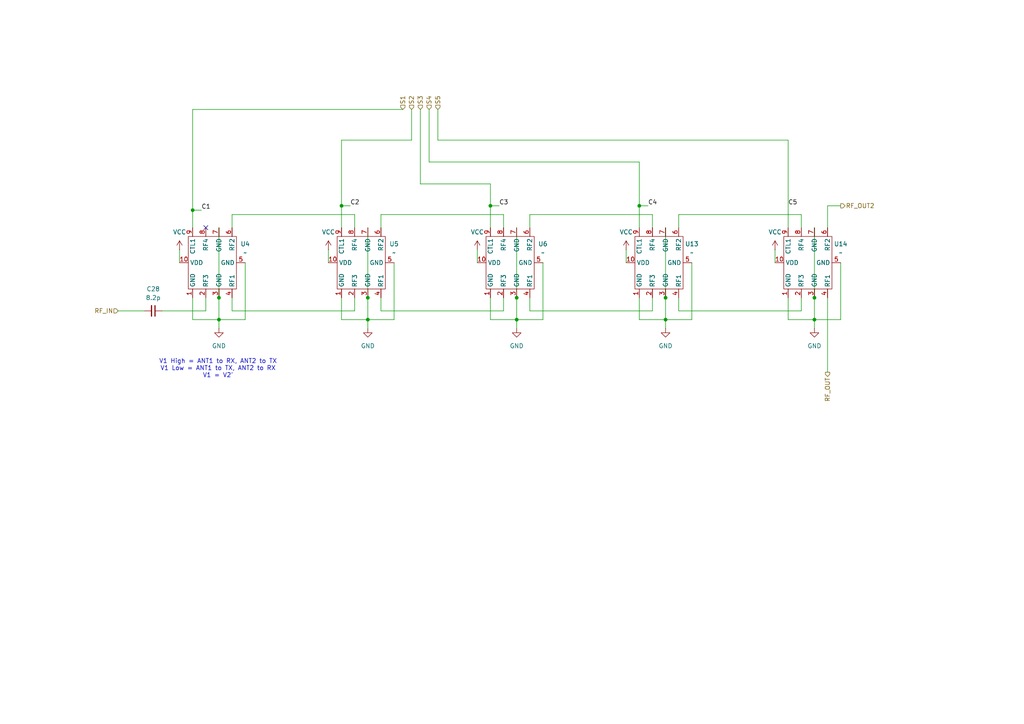
<source format=kicad_sch>
(kicad_sch
	(version 20250114)
	(generator "eeschema")
	(generator_version "9.0")
	(uuid "437e339b-d23a-4544-b22c-808819c52e4b")
	(paper "A4")
	(lib_symbols
		(symbol "Device:C_Small"
			(pin_numbers
				(hide yes)
			)
			(pin_names
				(offset 0.254)
				(hide yes)
			)
			(exclude_from_sim no)
			(in_bom yes)
			(on_board yes)
			(property "Reference" "C"
				(at 0.254 1.778 0)
				(effects
					(font
						(size 1.27 1.27)
					)
					(justify left)
				)
			)
			(property "Value" "C_Small"
				(at 0.254 -2.032 0)
				(effects
					(font
						(size 1.27 1.27)
					)
					(justify left)
				)
			)
			(property "Footprint" ""
				(at 0 0 0)
				(effects
					(font
						(size 1.27 1.27)
					)
					(hide yes)
				)
			)
			(property "Datasheet" "~"
				(at 0 0 0)
				(effects
					(font
						(size 1.27 1.27)
					)
					(hide yes)
				)
			)
			(property "Description" "Unpolarized capacitor, small symbol"
				(at 0 0 0)
				(effects
					(font
						(size 1.27 1.27)
					)
					(hide yes)
				)
			)
			(property "ki_keywords" "capacitor cap"
				(at 0 0 0)
				(effects
					(font
						(size 1.27 1.27)
					)
					(hide yes)
				)
			)
			(property "ki_fp_filters" "C_*"
				(at 0 0 0)
				(effects
					(font
						(size 1.27 1.27)
					)
					(hide yes)
				)
			)
			(symbol "C_Small_0_1"
				(polyline
					(pts
						(xy -1.524 0.508) (xy 1.524 0.508)
					)
					(stroke
						(width 0.3048)
						(type default)
					)
					(fill
						(type none)
					)
				)
				(polyline
					(pts
						(xy -1.524 -0.508) (xy 1.524 -0.508)
					)
					(stroke
						(width 0.3302)
						(type default)
					)
					(fill
						(type none)
					)
				)
			)
			(symbol "C_Small_1_1"
				(pin passive line
					(at 0 2.54 270)
					(length 2.032)
					(name "~"
						(effects
							(font
								(size 1.27 1.27)
							)
						)
					)
					(number "1"
						(effects
							(font
								(size 1.27 1.27)
							)
						)
					)
				)
				(pin passive line
					(at 0 -2.54 90)
					(length 2.032)
					(name "~"
						(effects
							(font
								(size 1.27 1.27)
							)
						)
					)
					(number "2"
						(effects
							(font
								(size 1.27 1.27)
							)
						)
					)
				)
			)
			(embedded_fonts no)
		)
		(symbol "customSym:SKY13699-21"
			(exclude_from_sim no)
			(in_bom yes)
			(on_board yes)
			(property "Reference" "U"
				(at 1.27 7.874 0)
				(effects
					(font
						(size 1.27 1.27)
					)
				)
			)
			(property "Value" ""
				(at 0 0 0)
				(effects
					(font
						(size 1.27 1.27)
					)
				)
			)
			(property "Footprint" "customFootprints:SKY13699-21"
				(at 0 0 0)
				(effects
					(font
						(size 1.27 1.27)
					)
					(hide yes)
				)
			)
			(property "Datasheet" ""
				(at 0 0 0)
				(effects
					(font
						(size 1.27 1.27)
					)
					(hide yes)
				)
			)
			(property "Description" ""
				(at 0 0 0)
				(effects
					(font
						(size 1.27 1.27)
					)
					(hide yes)
				)
			)
			(symbol "SKY13699-21_0_1"
				(rectangle
					(start -7.62 6.35)
					(end 7.62 -7.62)
					(stroke
						(width 0)
						(type default)
					)
					(fill
						(type none)
					)
				)
			)
			(symbol "SKY13699-21_1_1"
				(pin power_in line
					(at -10.16 5.08 0)
					(length 2.54)
					(name "GND"
						(effects
							(font
								(size 1.27 1.27)
							)
						)
					)
					(number "1"
						(effects
							(font
								(size 1.27 1.27)
							)
						)
					)
				)
				(pin input line
					(at -10.16 1.27 0)
					(length 2.54)
					(name "RF3"
						(effects
							(font
								(size 1.27 1.27)
							)
						)
					)
					(number "2"
						(effects
							(font
								(size 1.27 1.27)
							)
						)
					)
				)
				(pin power_in line
					(at -10.16 -2.54 0)
					(length 2.54)
					(name "GND"
						(effects
							(font
								(size 1.27 1.27)
							)
						)
					)
					(number "3"
						(effects
							(font
								(size 1.27 1.27)
							)
						)
					)
				)
				(pin output line
					(at -10.16 -6.35 0)
					(length 2.54)
					(name "RF1"
						(effects
							(font
								(size 1.27 1.27)
							)
						)
					)
					(number "4"
						(effects
							(font
								(size 1.27 1.27)
							)
						)
					)
				)
				(pin power_in line
					(at 0 8.89 270)
					(length 2.54)
					(name "VDD"
						(effects
							(font
								(size 1.27 1.27)
							)
						)
					)
					(number "10"
						(effects
							(font
								(size 1.27 1.27)
							)
						)
					)
				)
				(pin power_in line
					(at 0 -10.16 90)
					(length 2.54)
					(name "GND"
						(effects
							(font
								(size 1.27 1.27)
							)
						)
					)
					(number "5"
						(effects
							(font
								(size 1.27 1.27)
							)
						)
					)
				)
				(pin input line
					(at 10.16 5.08 180)
					(length 2.54)
					(name "CTL1"
						(effects
							(font
								(size 1.27 1.27)
							)
						)
					)
					(number "9"
						(effects
							(font
								(size 1.27 1.27)
							)
						)
					)
				)
				(pin input line
					(at 10.16 1.27 180)
					(length 2.54)
					(name "RF4"
						(effects
							(font
								(size 1.27 1.27)
							)
						)
					)
					(number "8"
						(effects
							(font
								(size 1.27 1.27)
							)
						)
					)
				)
				(pin power_in line
					(at 10.16 -2.54 180)
					(length 2.54)
					(name "GND"
						(effects
							(font
								(size 1.27 1.27)
							)
						)
					)
					(number "7"
						(effects
							(font
								(size 1.27 1.27)
							)
						)
					)
				)
				(pin output line
					(at 10.16 -6.35 180)
					(length 2.54)
					(name "RF2"
						(effects
							(font
								(size 1.27 1.27)
							)
						)
					)
					(number "6"
						(effects
							(font
								(size 1.27 1.27)
							)
						)
					)
				)
			)
			(embedded_fonts no)
		)
		(symbol "power:GND"
			(power)
			(pin_numbers
				(hide yes)
			)
			(pin_names
				(offset 0)
				(hide yes)
			)
			(exclude_from_sim no)
			(in_bom yes)
			(on_board yes)
			(property "Reference" "#PWR"
				(at 0 -6.35 0)
				(effects
					(font
						(size 1.27 1.27)
					)
					(hide yes)
				)
			)
			(property "Value" "GND"
				(at 0 -3.81 0)
				(effects
					(font
						(size 1.27 1.27)
					)
				)
			)
			(property "Footprint" ""
				(at 0 0 0)
				(effects
					(font
						(size 1.27 1.27)
					)
					(hide yes)
				)
			)
			(property "Datasheet" ""
				(at 0 0 0)
				(effects
					(font
						(size 1.27 1.27)
					)
					(hide yes)
				)
			)
			(property "Description" "Power symbol creates a global label with name \"GND\" , ground"
				(at 0 0 0)
				(effects
					(font
						(size 1.27 1.27)
					)
					(hide yes)
				)
			)
			(property "ki_keywords" "global power"
				(at 0 0 0)
				(effects
					(font
						(size 1.27 1.27)
					)
					(hide yes)
				)
			)
			(symbol "GND_0_1"
				(polyline
					(pts
						(xy 0 0) (xy 0 -1.27) (xy 1.27 -1.27) (xy 0 -2.54) (xy -1.27 -1.27) (xy 0 -1.27)
					)
					(stroke
						(width 0)
						(type default)
					)
					(fill
						(type none)
					)
				)
			)
			(symbol "GND_1_1"
				(pin power_in line
					(at 0 0 270)
					(length 0)
					(name "~"
						(effects
							(font
								(size 1.27 1.27)
							)
						)
					)
					(number "1"
						(effects
							(font
								(size 1.27 1.27)
							)
						)
					)
				)
			)
			(embedded_fonts no)
		)
		(symbol "power:VDD"
			(power)
			(pin_numbers
				(hide yes)
			)
			(pin_names
				(offset 0)
				(hide yes)
			)
			(exclude_from_sim no)
			(in_bom yes)
			(on_board yes)
			(property "Reference" "#PWR"
				(at 0 -3.81 0)
				(effects
					(font
						(size 1.27 1.27)
					)
					(hide yes)
				)
			)
			(property "Value" "VDD"
				(at 0 3.556 0)
				(effects
					(font
						(size 1.27 1.27)
					)
				)
			)
			(property "Footprint" ""
				(at 0 0 0)
				(effects
					(font
						(size 1.27 1.27)
					)
					(hide yes)
				)
			)
			(property "Datasheet" ""
				(at 0 0 0)
				(effects
					(font
						(size 1.27 1.27)
					)
					(hide yes)
				)
			)
			(property "Description" "Power symbol creates a global label with name \"VDD\""
				(at 0 0 0)
				(effects
					(font
						(size 1.27 1.27)
					)
					(hide yes)
				)
			)
			(property "ki_keywords" "global power"
				(at 0 0 0)
				(effects
					(font
						(size 1.27 1.27)
					)
					(hide yes)
				)
			)
			(symbol "VDD_0_1"
				(polyline
					(pts
						(xy -0.762 1.27) (xy 0 2.54)
					)
					(stroke
						(width 0)
						(type default)
					)
					(fill
						(type none)
					)
				)
				(polyline
					(pts
						(xy 0 2.54) (xy 0.762 1.27)
					)
					(stroke
						(width 0)
						(type default)
					)
					(fill
						(type none)
					)
				)
				(polyline
					(pts
						(xy 0 0) (xy 0 2.54)
					)
					(stroke
						(width 0)
						(type default)
					)
					(fill
						(type none)
					)
				)
			)
			(symbol "VDD_1_1"
				(pin power_in line
					(at 0 0 90)
					(length 0)
					(name "~"
						(effects
							(font
								(size 1.27 1.27)
							)
						)
					)
					(number "1"
						(effects
							(font
								(size 1.27 1.27)
							)
						)
					)
				)
			)
			(embedded_fonts no)
		)
	)
	(text "V1 High = ANT1 to RX, ANT2 to TX\nV1 Low = ANT1 to TX, ANT2 to RX\nV1 = V2'\n"
		(exclude_from_sim no)
		(at 63.246 106.934 0)
		(effects
			(font
				(size 1.27 1.27)
			)
		)
		(uuid "91c34239-6b17-4c21-9634-44c0d7e529f3")
	)
	(junction
		(at 149.86 92.71)
		(diameter 0)
		(color 0 0 0 0)
		(uuid "17cf69a0-ca74-475d-9b7c-3dc9b5d044e8")
	)
	(junction
		(at 193.04 86.36)
		(diameter 0)
		(color 0 0 0 0)
		(uuid "50724da3-5b5f-4aaa-ac16-433b183ae713")
	)
	(junction
		(at 142.24 59.69)
		(diameter 0)
		(color 0 0 0 0)
		(uuid "529b63fa-1931-44d4-ad6d-202499b42093")
	)
	(junction
		(at 106.68 86.36)
		(diameter 0)
		(color 0 0 0 0)
		(uuid "6341acd4-04c6-437c-ae54-ca60a592f0ca")
	)
	(junction
		(at 236.22 92.71)
		(diameter 0)
		(color 0 0 0 0)
		(uuid "714d8b74-63a2-45b6-9328-eeb371c276aa")
	)
	(junction
		(at 193.04 92.71)
		(diameter 0)
		(color 0 0 0 0)
		(uuid "7ab2ec00-f2b0-4942-be19-4f2072f04eeb")
	)
	(junction
		(at 149.86 86.36)
		(diameter 0)
		(color 0 0 0 0)
		(uuid "7b1ad153-cff2-40cf-87d4-4d1afc963905")
	)
	(junction
		(at 63.5 92.71)
		(diameter 0)
		(color 0 0 0 0)
		(uuid "9d0efaf5-1ecb-4275-a5be-208cbbbaaba8")
	)
	(junction
		(at 236.22 86.36)
		(diameter 0)
		(color 0 0 0 0)
		(uuid "a8bc5006-cda9-4ccc-bc36-eefc56e05750")
	)
	(junction
		(at 55.88 60.96)
		(diameter 0)
		(color 0 0 0 0)
		(uuid "af21cea1-316b-4596-bdad-66cf85b1e5d6")
	)
	(junction
		(at 99.06 59.69)
		(diameter 0)
		(color 0 0 0 0)
		(uuid "b8876673-2441-4c67-8b7e-c95747c1b825")
	)
	(junction
		(at 106.68 92.71)
		(diameter 0)
		(color 0 0 0 0)
		(uuid "d5cbb641-757f-41c9-98d2-d8ba4816ce7e")
	)
	(junction
		(at 63.5 86.36)
		(diameter 0)
		(color 0 0 0 0)
		(uuid "e949c8b3-ebac-4219-92aa-b609c6baacbd")
	)
	(junction
		(at 185.42 59.69)
		(diameter 0)
		(color 0 0 0 0)
		(uuid "f31e17ca-dddf-4435-8a98-e3740fd76e7d")
	)
	(no_connect
		(at 59.69 66.04)
		(uuid "5f4a48ea-1bf3-45c2-9c52-076064bee21f")
	)
	(wire
		(pts
			(xy 102.87 90.17) (xy 102.87 86.36)
		)
		(stroke
			(width 0)
			(type default)
		)
		(uuid "0244630e-307e-4fe2-96a7-f52fdc18d0c7")
	)
	(wire
		(pts
			(xy 63.5 66.04) (xy 63.5 86.36)
		)
		(stroke
			(width 0)
			(type default)
		)
		(uuid "03005fe4-1e87-42b3-834e-87c5fafa64e0")
	)
	(wire
		(pts
			(xy 142.24 53.34) (xy 142.24 59.69)
		)
		(stroke
			(width 0)
			(type default)
		)
		(uuid "03734e47-f333-443f-8492-9f9620c6bd57")
	)
	(wire
		(pts
			(xy 67.31 62.23) (xy 102.87 62.23)
		)
		(stroke
			(width 0)
			(type default)
		)
		(uuid "0759bc23-9021-4a20-8d8e-77374e33944a")
	)
	(wire
		(pts
			(xy 189.23 90.17) (xy 189.23 86.36)
		)
		(stroke
			(width 0)
			(type default)
		)
		(uuid "0a58e76c-641e-4b21-92cd-0de29e098438")
	)
	(wire
		(pts
			(xy 149.86 92.71) (xy 149.86 95.25)
		)
		(stroke
			(width 0)
			(type default)
		)
		(uuid "13303270-8910-4a79-8ce5-7d7c372c0bfe")
	)
	(wire
		(pts
			(xy 46.99 90.17) (xy 59.69 90.17)
		)
		(stroke
			(width 0)
			(type default)
		)
		(uuid "141cc568-47ec-4046-a324-c6ab72c38c23")
	)
	(wire
		(pts
			(xy 110.49 86.36) (xy 110.49 90.17)
		)
		(stroke
			(width 0)
			(type default)
		)
		(uuid "16d10d68-1930-4452-a840-08169552b413")
	)
	(wire
		(pts
			(xy 185.42 66.04) (xy 185.42 59.69)
		)
		(stroke
			(width 0)
			(type default)
		)
		(uuid "1f7c031a-d6fb-49e6-9af5-bdd6bc388c7f")
	)
	(wire
		(pts
			(xy 138.43 72.39) (xy 138.43 76.2)
		)
		(stroke
			(width 0)
			(type default)
		)
		(uuid "24c89426-524a-42b0-be40-8d7160e45ec6")
	)
	(wire
		(pts
			(xy 99.06 92.71) (xy 106.68 92.71)
		)
		(stroke
			(width 0)
			(type default)
		)
		(uuid "27c77bd6-f153-4bbd-9637-a18e0818b639")
	)
	(wire
		(pts
			(xy 243.84 92.71) (xy 236.22 92.71)
		)
		(stroke
			(width 0)
			(type default)
		)
		(uuid "32ad6704-0f5a-451f-a7b0-5aeac50e65cf")
	)
	(wire
		(pts
			(xy 185.42 46.99) (xy 185.42 59.69)
		)
		(stroke
			(width 0)
			(type default)
		)
		(uuid "35111979-c2c7-4e92-b8bd-c5bb41b5a045")
	)
	(wire
		(pts
			(xy 67.31 66.04) (xy 67.31 62.23)
		)
		(stroke
			(width 0)
			(type default)
		)
		(uuid "351ea640-5186-4934-a170-ce08ee22b6c3")
	)
	(wire
		(pts
			(xy 232.41 62.23) (xy 232.41 66.04)
		)
		(stroke
			(width 0)
			(type default)
		)
		(uuid "392dccc7-a1a7-4ef0-95b8-8a9f5f71b1c3")
	)
	(wire
		(pts
			(xy 99.06 59.69) (xy 101.6 59.69)
		)
		(stroke
			(width 0)
			(type default)
		)
		(uuid "39906137-6fe1-4835-8508-7faa7b0d4247")
	)
	(wire
		(pts
			(xy 127 31.75) (xy 127 40.64)
		)
		(stroke
			(width 0)
			(type default)
		)
		(uuid "3ab65ac9-06b8-45e9-9a7e-10cebbbd7a3b")
	)
	(wire
		(pts
			(xy 52.07 72.39) (xy 52.07 76.2)
		)
		(stroke
			(width 0)
			(type default)
		)
		(uuid "3f8a50f8-46b4-40fc-ae2e-773948d284f8")
	)
	(wire
		(pts
			(xy 196.85 62.23) (xy 232.41 62.23)
		)
		(stroke
			(width 0)
			(type default)
		)
		(uuid "40b9547f-232a-4bd2-932b-0478aef364d8")
	)
	(wire
		(pts
			(xy 71.12 76.2) (xy 71.12 92.71)
		)
		(stroke
			(width 0)
			(type default)
		)
		(uuid "4390e311-578f-4022-98c7-c03f596dafdd")
	)
	(wire
		(pts
			(xy 106.68 92.71) (xy 106.68 95.25)
		)
		(stroke
			(width 0)
			(type default)
		)
		(uuid "43bc8bac-6606-4b8d-bd81-c581cabb0337")
	)
	(wire
		(pts
			(xy 67.31 90.17) (xy 102.87 90.17)
		)
		(stroke
			(width 0)
			(type default)
		)
		(uuid "47068609-16a3-43a7-96ae-322c3b1853cf")
	)
	(wire
		(pts
			(xy 149.86 86.36) (xy 149.86 92.71)
		)
		(stroke
			(width 0)
			(type default)
		)
		(uuid "48aca783-5f1e-401b-a445-b60526132d5c")
	)
	(wire
		(pts
			(xy 149.86 66.04) (xy 149.86 86.36)
		)
		(stroke
			(width 0)
			(type default)
		)
		(uuid "4c679ebb-e6d5-4bb8-8194-8e68aa0abf79")
	)
	(wire
		(pts
			(xy 236.22 92.71) (xy 236.22 95.25)
		)
		(stroke
			(width 0)
			(type default)
		)
		(uuid "4ea1b432-3d12-49ad-b2db-0874b5d32296")
	)
	(wire
		(pts
			(xy 99.06 40.64) (xy 119.38 40.64)
		)
		(stroke
			(width 0)
			(type default)
		)
		(uuid "511de67b-0899-409f-a719-357a30e2ee26")
	)
	(wire
		(pts
			(xy 99.06 66.04) (xy 99.06 59.69)
		)
		(stroke
			(width 0)
			(type default)
		)
		(uuid "531dd6c0-d86f-4852-90ba-18d6f32aac3f")
	)
	(wire
		(pts
			(xy 110.49 62.23) (xy 146.05 62.23)
		)
		(stroke
			(width 0)
			(type default)
		)
		(uuid "53a625a9-80d9-4341-8fa2-bee50992a1fb")
	)
	(wire
		(pts
			(xy 124.46 46.99) (xy 124.46 31.75)
		)
		(stroke
			(width 0)
			(type default)
		)
		(uuid "5f98f69b-ade5-47cf-be17-99594cb16218")
	)
	(wire
		(pts
			(xy 185.42 92.71) (xy 193.04 92.71)
		)
		(stroke
			(width 0)
			(type default)
		)
		(uuid "6800da4d-3d16-4ade-b53c-f8f47db3e9a5")
	)
	(wire
		(pts
			(xy 243.84 76.2) (xy 243.84 92.71)
		)
		(stroke
			(width 0)
			(type default)
		)
		(uuid "6ac09b8c-d12d-4874-90ba-f592b748e109")
	)
	(wire
		(pts
			(xy 99.06 86.36) (xy 99.06 92.71)
		)
		(stroke
			(width 0)
			(type default)
		)
		(uuid "6c948630-0e15-4f47-9a95-aa3c6f779ea0")
	)
	(wire
		(pts
			(xy 142.24 86.36) (xy 142.24 92.71)
		)
		(stroke
			(width 0)
			(type default)
		)
		(uuid "727bfd69-5672-4dc4-91d4-3b0ab2720560")
	)
	(wire
		(pts
			(xy 106.68 66.04) (xy 106.68 86.36)
		)
		(stroke
			(width 0)
			(type default)
		)
		(uuid "72bca787-1330-411c-bddb-713dad810e82")
	)
	(wire
		(pts
			(xy 55.88 86.36) (xy 55.88 92.71)
		)
		(stroke
			(width 0)
			(type default)
		)
		(uuid "74e90592-dc5f-49be-9852-53ed2031e9b8")
	)
	(wire
		(pts
			(xy 228.6 86.36) (xy 228.6 92.71)
		)
		(stroke
			(width 0)
			(type default)
		)
		(uuid "77df982c-0d2c-4909-8578-ce7db2ca0fa0")
	)
	(wire
		(pts
			(xy 121.92 31.75) (xy 121.92 53.34)
		)
		(stroke
			(width 0)
			(type default)
		)
		(uuid "77e41067-af93-439d-a381-5f67f28b3772")
	)
	(wire
		(pts
			(xy 200.66 76.2) (xy 200.66 92.71)
		)
		(stroke
			(width 0)
			(type default)
		)
		(uuid "7927f15d-46cb-4f99-9fb2-273647efa04a")
	)
	(wire
		(pts
			(xy 228.6 92.71) (xy 236.22 92.71)
		)
		(stroke
			(width 0)
			(type default)
		)
		(uuid "7d13d18b-0233-4295-a030-ef20bec8c663")
	)
	(wire
		(pts
			(xy 153.67 90.17) (xy 189.23 90.17)
		)
		(stroke
			(width 0)
			(type default)
		)
		(uuid "7e4da5d6-68ea-4918-b809-40c81f81ccfa")
	)
	(wire
		(pts
			(xy 124.46 46.99) (xy 185.42 46.99)
		)
		(stroke
			(width 0)
			(type default)
		)
		(uuid "7fc31a68-028c-45a0-abbc-1e4b0f8ebe51")
	)
	(wire
		(pts
			(xy 236.22 86.36) (xy 236.22 92.71)
		)
		(stroke
			(width 0)
			(type default)
		)
		(uuid "80449cdf-0d2a-4b2f-b164-25b8b5853dc5")
	)
	(wire
		(pts
			(xy 71.12 92.71) (xy 63.5 92.71)
		)
		(stroke
			(width 0)
			(type default)
		)
		(uuid "88335c95-de2e-4b93-a893-ce053c36782b")
	)
	(wire
		(pts
			(xy 243.84 59.69) (xy 240.03 59.69)
		)
		(stroke
			(width 0)
			(type default)
		)
		(uuid "8995a046-ba9b-4147-bf84-57ba96c7eb92")
	)
	(wire
		(pts
			(xy 224.79 72.39) (xy 224.79 76.2)
		)
		(stroke
			(width 0)
			(type default)
		)
		(uuid "89db7310-52ab-4725-9af5-f3ce45ef9b47")
	)
	(wire
		(pts
			(xy 114.3 92.71) (xy 106.68 92.71)
		)
		(stroke
			(width 0)
			(type default)
		)
		(uuid "8a463375-1431-4e50-9074-0ded4e7ae0e1")
	)
	(wire
		(pts
			(xy 146.05 62.23) (xy 146.05 66.04)
		)
		(stroke
			(width 0)
			(type default)
		)
		(uuid "8af4e10d-58bb-4d20-83f3-c4169776c138")
	)
	(wire
		(pts
			(xy 106.68 86.36) (xy 106.68 92.71)
		)
		(stroke
			(width 0)
			(type default)
		)
		(uuid "8c3466f1-6623-436b-aceb-41b39bbc163c")
	)
	(wire
		(pts
			(xy 55.88 92.71) (xy 63.5 92.71)
		)
		(stroke
			(width 0)
			(type default)
		)
		(uuid "982788e0-4b27-4fbb-8b43-8668c565625b")
	)
	(wire
		(pts
			(xy 193.04 86.36) (xy 193.04 92.71)
		)
		(stroke
			(width 0)
			(type default)
		)
		(uuid "98bc4eeb-eba7-464e-b76c-1468ebd7a423")
	)
	(wire
		(pts
			(xy 102.87 62.23) (xy 102.87 66.04)
		)
		(stroke
			(width 0)
			(type default)
		)
		(uuid "9b9fb8d2-462a-4fc6-a362-29beb3eaebc6")
	)
	(wire
		(pts
			(xy 142.24 59.69) (xy 144.78 59.69)
		)
		(stroke
			(width 0)
			(type default)
		)
		(uuid "a0389cf0-635e-448f-8895-89acc6ea1bfe")
	)
	(wire
		(pts
			(xy 240.03 59.69) (xy 240.03 66.04)
		)
		(stroke
			(width 0)
			(type default)
		)
		(uuid "a04cf8e7-0060-495d-bc00-2b01556023a2")
	)
	(wire
		(pts
			(xy 185.42 59.69) (xy 187.96 59.69)
		)
		(stroke
			(width 0)
			(type default)
		)
		(uuid "a443a0cb-c8fc-4f37-8fea-4cb84c2a3131")
	)
	(wire
		(pts
			(xy 63.5 92.71) (xy 63.5 95.25)
		)
		(stroke
			(width 0)
			(type default)
		)
		(uuid "a44afdfe-fec9-491f-be19-bc92c5dca906")
	)
	(wire
		(pts
			(xy 110.49 90.17) (xy 146.05 90.17)
		)
		(stroke
			(width 0)
			(type default)
		)
		(uuid "a491b5f1-060f-4b95-9f17-a3de94c28cec")
	)
	(wire
		(pts
			(xy 185.42 86.36) (xy 185.42 92.71)
		)
		(stroke
			(width 0)
			(type default)
		)
		(uuid "a7e99e33-513d-4779-ab7d-4e173a0d2a60")
	)
	(wire
		(pts
			(xy 196.85 66.04) (xy 196.85 62.23)
		)
		(stroke
			(width 0)
			(type default)
		)
		(uuid "a9f3850a-753a-4195-a0db-0dbe32cc2ba2")
	)
	(wire
		(pts
			(xy 153.67 86.36) (xy 153.67 90.17)
		)
		(stroke
			(width 0)
			(type default)
		)
		(uuid "abcb57cf-f3e2-4ebb-87c9-67d919b72037")
	)
	(wire
		(pts
			(xy 121.92 53.34) (xy 142.24 53.34)
		)
		(stroke
			(width 0)
			(type default)
		)
		(uuid "ac3a180b-2387-4d5e-8d2c-9f3c53a74fd2")
	)
	(wire
		(pts
			(xy 59.69 86.36) (xy 59.69 90.17)
		)
		(stroke
			(width 0)
			(type default)
		)
		(uuid "b1a11013-71f9-424c-b7f6-5a057cabb7ce")
	)
	(wire
		(pts
			(xy 55.88 66.04) (xy 55.88 60.96)
		)
		(stroke
			(width 0)
			(type default)
		)
		(uuid "b1af748e-0573-4a39-a47a-6a455e82ed9f")
	)
	(wire
		(pts
			(xy 181.61 72.39) (xy 181.61 76.2)
		)
		(stroke
			(width 0)
			(type default)
		)
		(uuid "bab5a898-a630-41ef-ba51-f1c0623f1ffd")
	)
	(wire
		(pts
			(xy 196.85 90.17) (xy 232.41 90.17)
		)
		(stroke
			(width 0)
			(type default)
		)
		(uuid "bba83940-3efd-4ce9-ae66-63c22f491544")
	)
	(wire
		(pts
			(xy 157.48 92.71) (xy 149.86 92.71)
		)
		(stroke
			(width 0)
			(type default)
		)
		(uuid "bc7823ff-9e03-4ad3-b908-27077e72d991")
	)
	(wire
		(pts
			(xy 240.03 86.36) (xy 240.03 107.95)
		)
		(stroke
			(width 0)
			(type default)
		)
		(uuid "bcddcfa9-abb1-4e84-98e0-702a6b5396dc")
	)
	(wire
		(pts
			(xy 67.31 86.36) (xy 67.31 90.17)
		)
		(stroke
			(width 0)
			(type default)
		)
		(uuid "bf5ea43a-40b4-4d65-8887-a473237d4484")
	)
	(wire
		(pts
			(xy 142.24 66.04) (xy 142.24 59.69)
		)
		(stroke
			(width 0)
			(type default)
		)
		(uuid "c130e885-35ce-42f2-95a2-fcab7748ff10")
	)
	(wire
		(pts
			(xy 153.67 62.23) (xy 189.23 62.23)
		)
		(stroke
			(width 0)
			(type default)
		)
		(uuid "c1796dc5-a99f-4999-95bf-78541ee04679")
	)
	(wire
		(pts
			(xy 193.04 66.04) (xy 193.04 86.36)
		)
		(stroke
			(width 0)
			(type default)
		)
		(uuid "c26f5ddc-9bea-4da4-b1cd-df133f7b011e")
	)
	(wire
		(pts
			(xy 119.38 40.64) (xy 119.38 31.75)
		)
		(stroke
			(width 0)
			(type default)
		)
		(uuid "c5e857b2-e013-4a70-a43b-cf26288d2014")
	)
	(wire
		(pts
			(xy 55.88 60.96) (xy 58.42 60.96)
		)
		(stroke
			(width 0)
			(type default)
		)
		(uuid "c60bb2b0-21b2-4549-8ea4-582fd71456ae")
	)
	(wire
		(pts
			(xy 228.6 40.64) (xy 228.6 66.04)
		)
		(stroke
			(width 0)
			(type default)
		)
		(uuid "cc2ad225-b22e-4e8e-a826-d98ecad0813a")
	)
	(wire
		(pts
			(xy 99.06 59.69) (xy 99.06 40.64)
		)
		(stroke
			(width 0)
			(type default)
		)
		(uuid "d0f0f208-097b-48c0-bd45-d90f8a47400f")
	)
	(wire
		(pts
			(xy 193.04 92.71) (xy 193.04 95.25)
		)
		(stroke
			(width 0)
			(type default)
		)
		(uuid "d157c6c0-f629-4dd6-81df-648b1648cc82")
	)
	(wire
		(pts
			(xy 34.29 90.17) (xy 41.91 90.17)
		)
		(stroke
			(width 0)
			(type default)
		)
		(uuid "d2be19a6-a9fc-4027-85f6-af5b4c8abbc0")
	)
	(wire
		(pts
			(xy 196.85 86.36) (xy 196.85 90.17)
		)
		(stroke
			(width 0)
			(type default)
		)
		(uuid "d3c38a7b-557b-452c-ab7c-6ebab71b5c2f")
	)
	(wire
		(pts
			(xy 189.23 62.23) (xy 189.23 66.04)
		)
		(stroke
			(width 0)
			(type default)
		)
		(uuid "d4d881e9-b3c7-43aa-9639-1e40156ab734")
	)
	(wire
		(pts
			(xy 157.48 76.2) (xy 157.48 92.71)
		)
		(stroke
			(width 0)
			(type default)
		)
		(uuid "e0d0bf70-26dd-4417-a48b-cb0e7494998c")
	)
	(wire
		(pts
			(xy 236.22 66.04) (xy 236.22 86.36)
		)
		(stroke
			(width 0)
			(type default)
		)
		(uuid "e10bdc58-a688-4538-9ea7-9500958e1072")
	)
	(wire
		(pts
			(xy 142.24 92.71) (xy 149.86 92.71)
		)
		(stroke
			(width 0)
			(type default)
		)
		(uuid "e5ee4e21-59b1-4ac7-89cb-5826b785fa88")
	)
	(wire
		(pts
			(xy 55.88 31.75) (xy 116.84 31.75)
		)
		(stroke
			(width 0)
			(type default)
		)
		(uuid "e7cf742c-3e3e-4c71-b249-0bcf6a192d96")
	)
	(wire
		(pts
			(xy 95.25 72.39) (xy 95.25 76.2)
		)
		(stroke
			(width 0)
			(type default)
		)
		(uuid "e9c264fd-d8f0-467b-a619-a8ecbbbe96a6")
	)
	(wire
		(pts
			(xy 146.05 90.17) (xy 146.05 86.36)
		)
		(stroke
			(width 0)
			(type default)
		)
		(uuid "e9ec5953-535c-4a10-a33e-1aabade12aa6")
	)
	(wire
		(pts
			(xy 127 40.64) (xy 228.6 40.64)
		)
		(stroke
			(width 0)
			(type default)
		)
		(uuid "eb7f3531-f85d-4ccd-a52e-d386f3d7f0b5")
	)
	(wire
		(pts
			(xy 114.3 76.2) (xy 114.3 92.71)
		)
		(stroke
			(width 0)
			(type default)
		)
		(uuid "eb808496-1c20-4957-8cc4-439d539f401f")
	)
	(wire
		(pts
			(xy 200.66 92.71) (xy 193.04 92.71)
		)
		(stroke
			(width 0)
			(type default)
		)
		(uuid "f144b5b2-305c-4fad-89bc-8eecc5c10cd4")
	)
	(wire
		(pts
			(xy 110.49 66.04) (xy 110.49 62.23)
		)
		(stroke
			(width 0)
			(type default)
		)
		(uuid "f4418d50-15b6-49ff-b221-29df224dc876")
	)
	(wire
		(pts
			(xy 63.5 86.36) (xy 63.5 92.71)
		)
		(stroke
			(width 0)
			(type default)
		)
		(uuid "f7f26ef8-4ae8-4c50-85f1-46427a16cd5d")
	)
	(wire
		(pts
			(xy 232.41 90.17) (xy 232.41 86.36)
		)
		(stroke
			(width 0)
			(type default)
		)
		(uuid "fcc97d62-d3e0-47ec-baaf-adad40192675")
	)
	(wire
		(pts
			(xy 153.67 66.04) (xy 153.67 62.23)
		)
		(stroke
			(width 0)
			(type default)
		)
		(uuid "fde79b9a-b42f-43b9-ba8b-0e558d5ac766")
	)
	(wire
		(pts
			(xy 55.88 60.96) (xy 55.88 31.75)
		)
		(stroke
			(width 0)
			(type default)
		)
		(uuid "fe7d7d81-5496-44f6-8483-d111f974e197")
	)
	(label "C1"
		(at 58.42 60.96 0)
		(effects
			(font
				(size 1.27 1.27)
			)
			(justify left bottom)
		)
		(uuid "00b2734b-99f4-4256-bdfe-cbefcc263fa8")
	)
	(label "C5"
		(at 228.6 59.69 0)
		(effects
			(font
				(size 1.27 1.27)
			)
			(justify left bottom)
		)
		(uuid "59c2d686-f6fe-467e-801c-fb876153a68e")
	)
	(label "C3"
		(at 144.78 59.69 0)
		(effects
			(font
				(size 1.27 1.27)
			)
			(justify left bottom)
		)
		(uuid "639a3cf2-37a5-478e-acf6-26ceec18758f")
	)
	(label "C4"
		(at 187.96 59.69 0)
		(effects
			(font
				(size 1.27 1.27)
			)
			(justify left bottom)
		)
		(uuid "6a78558f-8fe0-436d-939d-099f3557a5d9")
	)
	(label "C2"
		(at 101.6 59.69 0)
		(effects
			(font
				(size 1.27 1.27)
			)
			(justify left bottom)
		)
		(uuid "efce10ef-5a08-4459-8f8e-c0982ee573cc")
	)
	(hierarchical_label "S5"
		(shape input)
		(at 127 31.75 90)
		(effects
			(font
				(size 1.27 1.27)
			)
			(justify left)
		)
		(uuid "256b3796-ac36-404b-a2e8-0560b87a2a77")
	)
	(hierarchical_label "RF_IN"
		(shape input)
		(at 34.29 90.17 180)
		(effects
			(font
				(size 1.27 1.27)
			)
			(justify right)
		)
		(uuid "63a66e1c-cf9f-4d8e-9ab6-bee974280697")
	)
	(hierarchical_label "S4"
		(shape input)
		(at 124.46 31.75 90)
		(effects
			(font
				(size 1.27 1.27)
			)
			(justify left)
		)
		(uuid "768ff804-5867-49b9-a4e1-37b88409404a")
	)
	(hierarchical_label "RF_OUT2"
		(shape output)
		(at 243.84 59.69 0)
		(effects
			(font
				(size 1.27 1.27)
			)
			(justify left)
		)
		(uuid "a6f0e022-9559-4714-abbe-0201a8bbefde")
	)
	(hierarchical_label "S3"
		(shape input)
		(at 121.92 31.75 90)
		(effects
			(font
				(size 1.27 1.27)
			)
			(justify left)
		)
		(uuid "b720b27a-62de-4738-ba4f-ffc8b1f58464")
	)
	(hierarchical_label "S1"
		(shape input)
		(at 116.84 31.75 90)
		(effects
			(font
				(size 1.27 1.27)
			)
			(justify left)
		)
		(uuid "de6b6c3d-442f-49df-b25a-f7216607998f")
	)
	(hierarchical_label "S2"
		(shape input)
		(at 119.38 31.75 90)
		(effects
			(font
				(size 1.27 1.27)
			)
			(justify left)
		)
		(uuid "e22d596b-8320-40df-adbb-42cac6710c36")
	)
	(hierarchical_label "RF_OUT"
		(shape output)
		(at 240.03 107.95 270)
		(effects
			(font
				(size 1.27 1.27)
			)
			(justify right)
		)
		(uuid "fd2bcea5-db63-479c-8c30-83dbcfe6bdc1")
	)
	(symbol
		(lib_id "customSym:SKY13699-21")
		(at 233.68 76.2 90)
		(unit 1)
		(exclude_from_sim no)
		(in_bom yes)
		(on_board yes)
		(dnp no)
		(fields_autoplaced yes)
		(uuid "09ff3987-2940-45c3-9549-211dc08aadea")
		(property "Reference" "U14"
			(at 243.84 70.7546 90)
			(effects
				(font
					(size 1.27 1.27)
				)
			)
		)
		(property "Value" "~"
			(at 243.84 73.2946 90)
			(effects
				(font
					(size 1.27 1.27)
				)
			)
		)
		(property "Footprint" "customFootprints:SKY13699-21"
			(at 233.68 76.2 0)
			(effects
				(font
					(size 1.27 1.27)
				)
				(hide yes)
			)
		)
		(property "Datasheet" ""
			(at 233.68 76.2 0)
			(effects
				(font
					(size 1.27 1.27)
				)
				(hide yes)
			)
		)
		(property "Description" ""
			(at 233.68 76.2 0)
			(effects
				(font
					(size 1.27 1.27)
				)
				(hide yes)
			)
		)
		(pin "6"
			(uuid "fb53c235-11e4-46ad-968e-d4d34f5f6216")
		)
		(pin "9"
			(uuid "0b53493e-15a0-47eb-8d16-73ca9df8a009")
		)
		(pin "10"
			(uuid "4eb8fd32-ad78-4d4a-b7a4-0dbcb02099e6")
		)
		(pin "5"
			(uuid "ea8cddbf-b00a-4608-a6c1-474efed09bdc")
		)
		(pin "3"
			(uuid "63da9821-4fbe-4aa9-a21e-926fc51777ae")
		)
		(pin "2"
			(uuid "9a728544-9d48-4f4d-bdc4-66450a27e14e")
		)
		(pin "1"
			(uuid "24911a52-b2dd-4a55-aee2-80d48ab054dc")
		)
		(pin "8"
			(uuid "750fda6c-fd8c-407d-a2d0-1626d3a8ee35")
		)
		(pin "4"
			(uuid "335a81bf-af68-41c3-853c-53bfa8faaced")
		)
		(pin "7"
			(uuid "893ca9cd-632f-4b69-9ff8-4f0b182a0327")
		)
		(instances
			(project "switchedPhaseShift"
				(path "/1d55951e-8a24-49b3-bfbf-6f2cb30e41cb/93baa0ad-97a5-48ec-943e-82c238c10e0c"
					(reference "U14")
					(unit 1)
				)
			)
		)
	)
	(symbol
		(lib_id "power:VDD")
		(at 95.25 72.39 0)
		(mirror y)
		(unit 1)
		(exclude_from_sim no)
		(in_bom yes)
		(on_board yes)
		(dnp no)
		(fields_autoplaced yes)
		(uuid "175f4029-53a5-4316-9c7a-5ab12d0231a4")
		(property "Reference" "#PWR023"
			(at 95.25 76.2 0)
			(effects
				(font
					(size 1.27 1.27)
				)
				(hide yes)
			)
		)
		(property "Value" "VCC"
			(at 95.25 67.31 0)
			(effects
				(font
					(size 1.27 1.27)
				)
			)
		)
		(property "Footprint" ""
			(at 95.25 72.39 0)
			(effects
				(font
					(size 1.27 1.27)
				)
				(hide yes)
			)
		)
		(property "Datasheet" ""
			(at 95.25 72.39 0)
			(effects
				(font
					(size 1.27 1.27)
				)
				(hide yes)
			)
		)
		(property "Description" "Power symbol creates a global label with name \"VDD\""
			(at 95.25 72.39 0)
			(effects
				(font
					(size 1.27 1.27)
				)
				(hide yes)
			)
		)
		(pin "1"
			(uuid "a2a06615-79bf-443c-9823-b922889d6d48")
		)
		(instances
			(project "switchedPhaseShift"
				(path "/1d55951e-8a24-49b3-bfbf-6f2cb30e41cb/93baa0ad-97a5-48ec-943e-82c238c10e0c"
					(reference "#PWR023")
					(unit 1)
				)
			)
		)
	)
	(symbol
		(lib_id "Device:C_Small")
		(at 44.45 90.17 270)
		(unit 1)
		(exclude_from_sim no)
		(in_bom yes)
		(on_board yes)
		(dnp no)
		(fields_autoplaced yes)
		(uuid "238f05ea-e2c1-456b-b64b-1066d82eb96a")
		(property "Reference" "C28"
			(at 44.4436 83.82 90)
			(effects
				(font
					(size 1.27 1.27)
				)
			)
		)
		(property "Value" "8.2p"
			(at 44.4436 86.36 90)
			(effects
				(font
					(size 1.27 1.27)
				)
			)
		)
		(property "Footprint" "Capacitor_SMD:C_0201_0603Metric_Pad0.64x0.40mm_HandSolder"
			(at 44.45 90.17 0)
			(effects
				(font
					(size 1.27 1.27)
				)
				(hide yes)
			)
		)
		(property "Datasheet" "~"
			(at 44.45 90.17 0)
			(effects
				(font
					(size 1.27 1.27)
				)
				(hide yes)
			)
		)
		(property "Description" "Unpolarized capacitor, small symbol"
			(at 44.45 90.17 0)
			(effects
				(font
					(size 1.27 1.27)
				)
				(hide yes)
			)
		)
		(pin "2"
			(uuid "005d9329-9121-4b66-a5f0-1f6d160a75af")
		)
		(pin "1"
			(uuid "45d27796-df2b-4442-bee1-fb91ea43dd4f")
		)
		(instances
			(project "switchedPhaseShift"
				(path "/1d55951e-8a24-49b3-bfbf-6f2cb30e41cb/93baa0ad-97a5-48ec-943e-82c238c10e0c"
					(reference "C28")
					(unit 1)
				)
			)
		)
	)
	(symbol
		(lib_id "power:GND")
		(at 193.04 95.25 0)
		(unit 1)
		(exclude_from_sim no)
		(in_bom yes)
		(on_board yes)
		(dnp no)
		(fields_autoplaced yes)
		(uuid "48d77867-d4df-4a49-99f9-8385ca558f8b")
		(property "Reference" "#PWR040"
			(at 193.04 101.6 0)
			(effects
				(font
					(size 1.27 1.27)
				)
				(hide yes)
			)
		)
		(property "Value" "GND"
			(at 193.04 100.33 0)
			(effects
				(font
					(size 1.27 1.27)
				)
			)
		)
		(property "Footprint" ""
			(at 193.04 95.25 0)
			(effects
				(font
					(size 1.27 1.27)
				)
				(hide yes)
			)
		)
		(property "Datasheet" ""
			(at 193.04 95.25 0)
			(effects
				(font
					(size 1.27 1.27)
				)
				(hide yes)
			)
		)
		(property "Description" "Power symbol creates a global label with name \"GND\" , ground"
			(at 193.04 95.25 0)
			(effects
				(font
					(size 1.27 1.27)
				)
				(hide yes)
			)
		)
		(pin "1"
			(uuid "97e245bf-0e2a-43e0-9641-4aab6a52ac70")
		)
		(instances
			(project "switchedPhaseShift"
				(path "/1d55951e-8a24-49b3-bfbf-6f2cb30e41cb/93baa0ad-97a5-48ec-943e-82c238c10e0c"
					(reference "#PWR040")
					(unit 1)
				)
			)
		)
	)
	(symbol
		(lib_id "customSym:SKY13699-21")
		(at 104.14 76.2 90)
		(unit 1)
		(exclude_from_sim no)
		(in_bom yes)
		(on_board yes)
		(dnp no)
		(fields_autoplaced yes)
		(uuid "4fc22a73-e001-40bb-a0ab-950c68cf8adb")
		(property "Reference" "U5"
			(at 114.3 70.7546 90)
			(effects
				(font
					(size 1.27 1.27)
				)
			)
		)
		(property "Value" "~"
			(at 114.3 73.2946 90)
			(effects
				(font
					(size 1.27 1.27)
				)
			)
		)
		(property "Footprint" "customFootprints:SKY13699-21"
			(at 104.14 76.2 0)
			(effects
				(font
					(size 1.27 1.27)
				)
				(hide yes)
			)
		)
		(property "Datasheet" ""
			(at 104.14 76.2 0)
			(effects
				(font
					(size 1.27 1.27)
				)
				(hide yes)
			)
		)
		(property "Description" ""
			(at 104.14 76.2 0)
			(effects
				(font
					(size 1.27 1.27)
				)
				(hide yes)
			)
		)
		(pin "6"
			(uuid "060fe826-07e5-46f8-9ad0-034e881117aa")
		)
		(pin "9"
			(uuid "b1ba6f71-49de-4b54-bd99-7a33c87449d9")
		)
		(pin "10"
			(uuid "1676fc8f-8086-42eb-83b6-9a79b9820359")
		)
		(pin "5"
			(uuid "ac719be2-95ad-4601-a1f4-ddad718b403e")
		)
		(pin "3"
			(uuid "817c6c16-67ab-4741-b1b5-80f9393ac36a")
		)
		(pin "2"
			(uuid "3aed28e0-5ce7-45c8-8826-f7abcadb2a0e")
		)
		(pin "1"
			(uuid "cc9c1914-bc10-4639-8b95-29c593e3ebc2")
		)
		(pin "8"
			(uuid "b2746fbd-3a7a-4516-96f4-010995dcc806")
		)
		(pin "4"
			(uuid "00540511-a2b6-41ed-b973-08830a9eb162")
		)
		(pin "7"
			(uuid "f76b03e5-130b-46c6-8548-bbd6f5bfcac2")
		)
		(instances
			(project "switchedPhaseShift"
				(path "/1d55951e-8a24-49b3-bfbf-6f2cb30e41cb/93baa0ad-97a5-48ec-943e-82c238c10e0c"
					(reference "U5")
					(unit 1)
				)
			)
		)
	)
	(symbol
		(lib_id "power:VDD")
		(at 224.79 72.39 0)
		(mirror y)
		(unit 1)
		(exclude_from_sim no)
		(in_bom yes)
		(on_board yes)
		(dnp no)
		(fields_autoplaced yes)
		(uuid "53d93f8c-3dbc-442b-9e99-287be1667b80")
		(property "Reference" "#PWR043"
			(at 224.79 76.2 0)
			(effects
				(font
					(size 1.27 1.27)
				)
				(hide yes)
			)
		)
		(property "Value" "VCC"
			(at 224.79 67.31 0)
			(effects
				(font
					(size 1.27 1.27)
				)
			)
		)
		(property "Footprint" ""
			(at 224.79 72.39 0)
			(effects
				(font
					(size 1.27 1.27)
				)
				(hide yes)
			)
		)
		(property "Datasheet" ""
			(at 224.79 72.39 0)
			(effects
				(font
					(size 1.27 1.27)
				)
				(hide yes)
			)
		)
		(property "Description" "Power symbol creates a global label with name \"VDD\""
			(at 224.79 72.39 0)
			(effects
				(font
					(size 1.27 1.27)
				)
				(hide yes)
			)
		)
		(pin "1"
			(uuid "8e0dfc23-c88f-4585-892b-4c145146f64a")
		)
		(instances
			(project "switchedPhaseShift"
				(path "/1d55951e-8a24-49b3-bfbf-6f2cb30e41cb/93baa0ad-97a5-48ec-943e-82c238c10e0c"
					(reference "#PWR043")
					(unit 1)
				)
			)
		)
	)
	(symbol
		(lib_id "power:VDD")
		(at 52.07 72.39 0)
		(mirror y)
		(unit 1)
		(exclude_from_sim no)
		(in_bom yes)
		(on_board yes)
		(dnp no)
		(fields_autoplaced yes)
		(uuid "8659250d-f4b3-40e4-b31c-413cb8ff6bd0")
		(property "Reference" "#PWR018"
			(at 52.07 76.2 0)
			(effects
				(font
					(size 1.27 1.27)
				)
				(hide yes)
			)
		)
		(property "Value" "VCC"
			(at 52.07 67.31 0)
			(effects
				(font
					(size 1.27 1.27)
				)
			)
		)
		(property "Footprint" ""
			(at 52.07 72.39 0)
			(effects
				(font
					(size 1.27 1.27)
				)
				(hide yes)
			)
		)
		(property "Datasheet" ""
			(at 52.07 72.39 0)
			(effects
				(font
					(size 1.27 1.27)
				)
				(hide yes)
			)
		)
		(property "Description" "Power symbol creates a global label with name \"VDD\""
			(at 52.07 72.39 0)
			(effects
				(font
					(size 1.27 1.27)
				)
				(hide yes)
			)
		)
		(pin "1"
			(uuid "07087777-f4b3-440b-83d9-23bcf6c08ff6")
		)
		(instances
			(project "switchedPhaseShift"
				(path "/1d55951e-8a24-49b3-bfbf-6f2cb30e41cb/93baa0ad-97a5-48ec-943e-82c238c10e0c"
					(reference "#PWR018")
					(unit 1)
				)
			)
		)
	)
	(symbol
		(lib_id "power:GND")
		(at 106.68 95.25 0)
		(unit 1)
		(exclude_from_sim no)
		(in_bom yes)
		(on_board yes)
		(dnp no)
		(fields_autoplaced yes)
		(uuid "9dd791e1-39ff-47bc-b853-bf457de36207")
		(property "Reference" "#PWR034"
			(at 106.68 101.6 0)
			(effects
				(font
					(size 1.27 1.27)
				)
				(hide yes)
			)
		)
		(property "Value" "GND"
			(at 106.68 100.33 0)
			(effects
				(font
					(size 1.27 1.27)
				)
			)
		)
		(property "Footprint" ""
			(at 106.68 95.25 0)
			(effects
				(font
					(size 1.27 1.27)
				)
				(hide yes)
			)
		)
		(property "Datasheet" ""
			(at 106.68 95.25 0)
			(effects
				(font
					(size 1.27 1.27)
				)
				(hide yes)
			)
		)
		(property "Description" "Power symbol creates a global label with name \"GND\" , ground"
			(at 106.68 95.25 0)
			(effects
				(font
					(size 1.27 1.27)
				)
				(hide yes)
			)
		)
		(pin "1"
			(uuid "6f222504-c174-4d02-821f-0a3571cc7a50")
		)
		(instances
			(project "switchedPhaseShift"
				(path "/1d55951e-8a24-49b3-bfbf-6f2cb30e41cb/93baa0ad-97a5-48ec-943e-82c238c10e0c"
					(reference "#PWR034")
					(unit 1)
				)
			)
		)
	)
	(symbol
		(lib_id "power:VDD")
		(at 138.43 72.39 0)
		(mirror y)
		(unit 1)
		(exclude_from_sim no)
		(in_bom yes)
		(on_board yes)
		(dnp no)
		(fields_autoplaced yes)
		(uuid "a5f2a0de-af5d-4aaa-bbaa-59a4412811a7")
		(property "Reference" "#PWR035"
			(at 138.43 76.2 0)
			(effects
				(font
					(size 1.27 1.27)
				)
				(hide yes)
			)
		)
		(property "Value" "VCC"
			(at 138.43 67.31 0)
			(effects
				(font
					(size 1.27 1.27)
				)
			)
		)
		(property "Footprint" ""
			(at 138.43 72.39 0)
			(effects
				(font
					(size 1.27 1.27)
				)
				(hide yes)
			)
		)
		(property "Datasheet" ""
			(at 138.43 72.39 0)
			(effects
				(font
					(size 1.27 1.27)
				)
				(hide yes)
			)
		)
		(property "Description" "Power symbol creates a global label with name \"VDD\""
			(at 138.43 72.39 0)
			(effects
				(font
					(size 1.27 1.27)
				)
				(hide yes)
			)
		)
		(pin "1"
			(uuid "e4c69635-2548-4634-9778-bed1d28764c9")
		)
		(instances
			(project "switchedPhaseShift"
				(path "/1d55951e-8a24-49b3-bfbf-6f2cb30e41cb/93baa0ad-97a5-48ec-943e-82c238c10e0c"
					(reference "#PWR035")
					(unit 1)
				)
			)
		)
	)
	(symbol
		(lib_id "customSym:SKY13699-21")
		(at 60.96 76.2 90)
		(unit 1)
		(exclude_from_sim no)
		(in_bom yes)
		(on_board yes)
		(dnp no)
		(fields_autoplaced yes)
		(uuid "b3c39c43-e04c-46c0-8b59-8f7f65e06261")
		(property "Reference" "U4"
			(at 71.12 70.7546 90)
			(effects
				(font
					(size 1.27 1.27)
				)
			)
		)
		(property "Value" "~"
			(at 71.12 73.2946 90)
			(effects
				(font
					(size 1.27 1.27)
				)
			)
		)
		(property "Footprint" "customFootprints:SKY13699-21"
			(at 60.96 76.2 0)
			(effects
				(font
					(size 1.27 1.27)
				)
				(hide yes)
			)
		)
		(property "Datasheet" ""
			(at 60.96 76.2 0)
			(effects
				(font
					(size 1.27 1.27)
				)
				(hide yes)
			)
		)
		(property "Description" ""
			(at 60.96 76.2 0)
			(effects
				(font
					(size 1.27 1.27)
				)
				(hide yes)
			)
		)
		(pin "6"
			(uuid "5bab6910-5a5d-4292-943c-dbadbeb17561")
		)
		(pin "9"
			(uuid "4c83ff63-533d-410f-ab6f-48b19877cab8")
		)
		(pin "10"
			(uuid "fbdaff07-cd38-444e-b51e-664eadbb6eb1")
		)
		(pin "5"
			(uuid "722c1762-a4e6-42b9-a811-53cd35674bdc")
		)
		(pin "3"
			(uuid "e2d4cc22-a816-420e-b0b4-744155571f41")
		)
		(pin "2"
			(uuid "525b847a-fe4e-48b3-b011-9496f60d0f04")
		)
		(pin "1"
			(uuid "a7cf76bf-c4a2-45cd-b671-dd0679e79538")
		)
		(pin "8"
			(uuid "781871a3-c06c-4444-b725-666450e7d1c6")
		)
		(pin "4"
			(uuid "5e75d634-fd38-4345-ab81-9293aef7f504")
		)
		(pin "7"
			(uuid "dba74dac-635d-41ac-b817-7137886e5461")
		)
		(instances
			(project "switchedPhaseShift"
				(path "/1d55951e-8a24-49b3-bfbf-6f2cb30e41cb/93baa0ad-97a5-48ec-943e-82c238c10e0c"
					(reference "U4")
					(unit 1)
				)
			)
		)
	)
	(symbol
		(lib_id "customSym:SKY13699-21")
		(at 147.32 76.2 90)
		(unit 1)
		(exclude_from_sim no)
		(in_bom yes)
		(on_board yes)
		(dnp no)
		(fields_autoplaced yes)
		(uuid "b45a2f26-0ab7-4026-8f41-02b0be7eeb7f")
		(property "Reference" "U6"
			(at 157.48 70.7546 90)
			(effects
				(font
					(size 1.27 1.27)
				)
			)
		)
		(property "Value" "~"
			(at 157.48 73.2946 90)
			(effects
				(font
					(size 1.27 1.27)
				)
			)
		)
		(property "Footprint" "customFootprints:SKY13699-21"
			(at 147.32 76.2 0)
			(effects
				(font
					(size 1.27 1.27)
				)
				(hide yes)
			)
		)
		(property "Datasheet" ""
			(at 147.32 76.2 0)
			(effects
				(font
					(size 1.27 1.27)
				)
				(hide yes)
			)
		)
		(property "Description" ""
			(at 147.32 76.2 0)
			(effects
				(font
					(size 1.27 1.27)
				)
				(hide yes)
			)
		)
		(pin "6"
			(uuid "48d74b82-037e-4689-aa9a-4d0b21a75598")
		)
		(pin "9"
			(uuid "c595167c-c2d2-4d12-b644-b092a34eae50")
		)
		(pin "10"
			(uuid "cd1eff48-53b9-4ad6-890b-f2b78c6547e5")
		)
		(pin "5"
			(uuid "2c3465ca-f60e-4223-8eb6-c561107f26de")
		)
		(pin "3"
			(uuid "8cebadc1-1d84-48e7-a545-8193f1fb6d3a")
		)
		(pin "2"
			(uuid "f7d503e2-7539-44e7-ad3b-8dc903a68629")
		)
		(pin "1"
			(uuid "d0a9e0c0-c2d5-47b0-8e77-24d567441f9d")
		)
		(pin "8"
			(uuid "02180817-2d42-47bf-9527-01258638b533")
		)
		(pin "4"
			(uuid "0d41774f-dc29-4b44-8f80-0552b443fefb")
		)
		(pin "7"
			(uuid "e725a26f-c0d5-4aaf-9965-519f591da513")
		)
		(instances
			(project "switchedPhaseShift"
				(path "/1d55951e-8a24-49b3-bfbf-6f2cb30e41cb/93baa0ad-97a5-48ec-943e-82c238c10e0c"
					(reference "U6")
					(unit 1)
				)
			)
		)
	)
	(symbol
		(lib_id "power:GND")
		(at 236.22 95.25 0)
		(unit 1)
		(exclude_from_sim no)
		(in_bom yes)
		(on_board yes)
		(dnp no)
		(fields_autoplaced yes)
		(uuid "c2c8160b-a357-46ff-b858-fbac39cd5de5")
		(property "Reference" "#PWR044"
			(at 236.22 101.6 0)
			(effects
				(font
					(size 1.27 1.27)
				)
				(hide yes)
			)
		)
		(property "Value" "GND"
			(at 236.22 100.33 0)
			(effects
				(font
					(size 1.27 1.27)
				)
			)
		)
		(property "Footprint" ""
			(at 236.22 95.25 0)
			(effects
				(font
					(size 1.27 1.27)
				)
				(hide yes)
			)
		)
		(property "Datasheet" ""
			(at 236.22 95.25 0)
			(effects
				(font
					(size 1.27 1.27)
				)
				(hide yes)
			)
		)
		(property "Description" "Power symbol creates a global label with name \"GND\" , ground"
			(at 236.22 95.25 0)
			(effects
				(font
					(size 1.27 1.27)
				)
				(hide yes)
			)
		)
		(pin "1"
			(uuid "87fa66a3-c88e-4435-9853-1d8e6d1153d2")
		)
		(instances
			(project "switchedPhaseShift"
				(path "/1d55951e-8a24-49b3-bfbf-6f2cb30e41cb/93baa0ad-97a5-48ec-943e-82c238c10e0c"
					(reference "#PWR044")
					(unit 1)
				)
			)
		)
	)
	(symbol
		(lib_id "power:VDD")
		(at 181.61 72.39 0)
		(mirror y)
		(unit 1)
		(exclude_from_sim no)
		(in_bom yes)
		(on_board yes)
		(dnp no)
		(fields_autoplaced yes)
		(uuid "d95fd11a-7e2a-4c16-abcb-3d762269f75f")
		(property "Reference" "#PWR029"
			(at 181.61 76.2 0)
			(effects
				(font
					(size 1.27 1.27)
				)
				(hide yes)
			)
		)
		(property "Value" "VCC"
			(at 181.61 67.31 0)
			(effects
				(font
					(size 1.27 1.27)
				)
			)
		)
		(property "Footprint" ""
			(at 181.61 72.39 0)
			(effects
				(font
					(size 1.27 1.27)
				)
				(hide yes)
			)
		)
		(property "Datasheet" ""
			(at 181.61 72.39 0)
			(effects
				(font
					(size 1.27 1.27)
				)
				(hide yes)
			)
		)
		(property "Description" "Power symbol creates a global label with name \"VDD\""
			(at 181.61 72.39 0)
			(effects
				(font
					(size 1.27 1.27)
				)
				(hide yes)
			)
		)
		(pin "1"
			(uuid "89b50600-57bb-4ccb-80c6-60a6e73be194")
		)
		(instances
			(project "switchedPhaseShift"
				(path "/1d55951e-8a24-49b3-bfbf-6f2cb30e41cb/93baa0ad-97a5-48ec-943e-82c238c10e0c"
					(reference "#PWR029")
					(unit 1)
				)
			)
		)
	)
	(symbol
		(lib_id "power:GND")
		(at 63.5 95.25 0)
		(unit 1)
		(exclude_from_sim no)
		(in_bom yes)
		(on_board yes)
		(dnp no)
		(fields_autoplaced yes)
		(uuid "dfa98a58-d26f-4bd2-b3f4-97694a351e7b")
		(property "Reference" "#PWR024"
			(at 63.5 101.6 0)
			(effects
				(font
					(size 1.27 1.27)
				)
				(hide yes)
			)
		)
		(property "Value" "GND"
			(at 63.5 100.33 0)
			(effects
				(font
					(size 1.27 1.27)
				)
			)
		)
		(property "Footprint" ""
			(at 63.5 95.25 0)
			(effects
				(font
					(size 1.27 1.27)
				)
				(hide yes)
			)
		)
		(property "Datasheet" ""
			(at 63.5 95.25 0)
			(effects
				(font
					(size 1.27 1.27)
				)
				(hide yes)
			)
		)
		(property "Description" "Power symbol creates a global label with name \"GND\" , ground"
			(at 63.5 95.25 0)
			(effects
				(font
					(size 1.27 1.27)
				)
				(hide yes)
			)
		)
		(pin "1"
			(uuid "d02b145e-8321-4dfe-b931-b820bf581702")
		)
		(instances
			(project "switchedPhaseShift"
				(path "/1d55951e-8a24-49b3-bfbf-6f2cb30e41cb/93baa0ad-97a5-48ec-943e-82c238c10e0c"
					(reference "#PWR024")
					(unit 1)
				)
			)
		)
	)
	(symbol
		(lib_id "power:GND")
		(at 149.86 95.25 0)
		(unit 1)
		(exclude_from_sim no)
		(in_bom yes)
		(on_board yes)
		(dnp no)
		(fields_autoplaced yes)
		(uuid "e312745b-9888-4d25-9916-e4ea9873e11f")
		(property "Reference" "#PWR036"
			(at 149.86 101.6 0)
			(effects
				(font
					(size 1.27 1.27)
				)
				(hide yes)
			)
		)
		(property "Value" "GND"
			(at 149.86 100.33 0)
			(effects
				(font
					(size 1.27 1.27)
				)
			)
		)
		(property "Footprint" ""
			(at 149.86 95.25 0)
			(effects
				(font
					(size 1.27 1.27)
				)
				(hide yes)
			)
		)
		(property "Datasheet" ""
			(at 149.86 95.25 0)
			(effects
				(font
					(size 1.27 1.27)
				)
				(hide yes)
			)
		)
		(property "Description" "Power symbol creates a global label with name \"GND\" , ground"
			(at 149.86 95.25 0)
			(effects
				(font
					(size 1.27 1.27)
				)
				(hide yes)
			)
		)
		(pin "1"
			(uuid "faee2579-92de-46e3-9537-94c261d06d78")
		)
		(instances
			(project "switchedPhaseShift"
				(path "/1d55951e-8a24-49b3-bfbf-6f2cb30e41cb/93baa0ad-97a5-48ec-943e-82c238c10e0c"
					(reference "#PWR036")
					(unit 1)
				)
			)
		)
	)
	(symbol
		(lib_id "customSym:SKY13699-21")
		(at 190.5 76.2 90)
		(unit 1)
		(exclude_from_sim no)
		(in_bom yes)
		(on_board yes)
		(dnp no)
		(uuid "f16f2b1a-339f-42bd-aa5a-0367d2854e76")
		(property "Reference" "U13"
			(at 200.66 70.7546 90)
			(effects
				(font
					(size 1.27 1.27)
				)
			)
		)
		(property "Value" "~"
			(at 200.66 73.2946 90)
			(effects
				(font
					(size 1.27 1.27)
				)
			)
		)
		(property "Footprint" "customFootprints:SKY13699-21"
			(at 190.5 76.2 0)
			(effects
				(font
					(size 1.27 1.27)
				)
				(hide yes)
			)
		)
		(property "Datasheet" ""
			(at 190.5 76.2 0)
			(effects
				(font
					(size 1.27 1.27)
				)
				(hide yes)
			)
		)
		(property "Description" ""
			(at 190.5 76.2 0)
			(effects
				(font
					(size 1.27 1.27)
				)
				(hide yes)
			)
		)
		(pin "6"
			(uuid "088500ea-ec7a-4fae-a131-2c241bf5dba9")
		)
		(pin "9"
			(uuid "239c76e4-cde8-4791-8079-32464ac5c74f")
		)
		(pin "10"
			(uuid "96adda34-145b-47a1-83d8-b58d13ab90d4")
		)
		(pin "5"
			(uuid "192c3aac-3c12-4b1e-ab2b-fe84d93b4534")
		)
		(pin "3"
			(uuid "a79af48a-7c60-41a3-86ad-c387aa94f4d1")
		)
		(pin "2"
			(uuid "3b90aca9-ac86-4f80-91a5-e6c2c0bd93ac")
		)
		(pin "1"
			(uuid "ce1b4221-b68b-4dbc-bed4-6aa772c3c2da")
		)
		(pin "8"
			(uuid "44f5471e-b977-4273-b46f-c2c11f209759")
		)
		(pin "4"
			(uuid "207cbbab-6fb9-40de-ab32-da88ce75d3f3")
		)
		(pin "7"
			(uuid "7e8ae28d-cc73-4b0d-94d8-f98bb981177f")
		)
		(instances
			(project "switchedPhaseShift"
				(path "/1d55951e-8a24-49b3-bfbf-6f2cb30e41cb/93baa0ad-97a5-48ec-943e-82c238c10e0c"
					(reference "U13")
					(unit 1)
				)
			)
		)
	)
)

</source>
